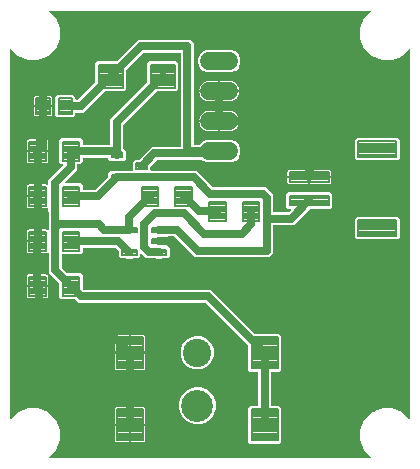
<source format=gbr>
G04 EAGLE Gerber RS-274X export*
G75*
%MOMM*%
%FSLAX34Y34*%
%LPD*%
%INTop Copper*%
%IPPOS*%
%AMOC8*
5,1,8,0,0,1.08239X$1,22.5*%
G01*
%ADD10C,0.208000*%
%ADD11C,0.195000*%
%ADD12C,0.193500*%
%ADD13C,0.198000*%
%ADD14C,0.201500*%
%ADD15C,0.200000*%
%ADD16C,0.192000*%
%ADD17C,2.700000*%
%ADD18C,2.400000*%
%ADD19C,1.524000*%
%ADD20C,0.700000*%

G36*
X316062Y10669D02*
X316062Y10669D01*
X316065Y10669D01*
X316160Y10689D01*
X316256Y10708D01*
X316258Y10710D01*
X316261Y10710D01*
X316341Y10766D01*
X316422Y10821D01*
X316423Y10823D01*
X316425Y10825D01*
X316479Y10908D01*
X316531Y10989D01*
X316532Y10992D01*
X316533Y10994D01*
X316549Y11090D01*
X316567Y11186D01*
X316566Y11189D01*
X316567Y11191D01*
X316545Y11285D01*
X316523Y11382D01*
X316522Y11384D01*
X316521Y11387D01*
X316418Y11535D01*
X310789Y17164D01*
X307339Y25492D01*
X307339Y34508D01*
X310789Y42836D01*
X317164Y49211D01*
X317281Y49259D01*
X318505Y49767D01*
X319730Y50274D01*
X320955Y50781D01*
X322179Y51288D01*
X323404Y51796D01*
X324628Y52303D01*
X324629Y52303D01*
X325492Y52661D01*
X334508Y52661D01*
X342836Y49211D01*
X348465Y43582D01*
X348468Y43580D01*
X348469Y43578D01*
X348550Y43526D01*
X348632Y43471D01*
X348635Y43470D01*
X348637Y43469D01*
X348733Y43452D01*
X348829Y43433D01*
X348832Y43434D01*
X348834Y43433D01*
X348931Y43455D01*
X349025Y43475D01*
X349027Y43476D01*
X349030Y43477D01*
X349110Y43533D01*
X349190Y43589D01*
X349191Y43591D01*
X349193Y43593D01*
X349245Y43676D01*
X349297Y43758D01*
X349298Y43761D01*
X349299Y43763D01*
X349331Y43940D01*
X349331Y356060D01*
X349331Y356062D01*
X349331Y356065D01*
X349311Y356160D01*
X349292Y356256D01*
X349290Y356258D01*
X349290Y356261D01*
X349234Y356341D01*
X349179Y356422D01*
X349177Y356423D01*
X349175Y356425D01*
X349092Y356479D01*
X349011Y356531D01*
X349008Y356532D01*
X349006Y356533D01*
X348910Y356549D01*
X348814Y356567D01*
X348811Y356566D01*
X348809Y356567D01*
X348715Y356545D01*
X348618Y356523D01*
X348616Y356522D01*
X348613Y356521D01*
X348465Y356418D01*
X342836Y350789D01*
X342106Y350487D01*
X340881Y349979D01*
X339657Y349472D01*
X338432Y348965D01*
X337208Y348458D01*
X337207Y348458D01*
X335983Y347950D01*
X334758Y347443D01*
X334508Y347339D01*
X325492Y347339D01*
X317164Y350789D01*
X310789Y357164D01*
X307339Y365492D01*
X307339Y374508D01*
X310789Y382836D01*
X316418Y388465D01*
X316420Y388468D01*
X316422Y388469D01*
X316474Y388550D01*
X316529Y388632D01*
X316530Y388635D01*
X316531Y388637D01*
X316548Y388733D01*
X316567Y388829D01*
X316566Y388832D01*
X316567Y388834D01*
X316545Y388931D01*
X316525Y389025D01*
X316524Y389027D01*
X316523Y389030D01*
X316467Y389110D01*
X316411Y389190D01*
X316409Y389191D01*
X316407Y389193D01*
X316324Y389245D01*
X316242Y389297D01*
X316239Y389298D01*
X316237Y389299D01*
X316060Y389331D01*
X43940Y389331D01*
X43938Y389331D01*
X43935Y389331D01*
X43840Y389311D01*
X43744Y389292D01*
X43742Y389290D01*
X43739Y389290D01*
X43659Y389234D01*
X43578Y389179D01*
X43577Y389177D01*
X43575Y389175D01*
X43521Y389092D01*
X43469Y389011D01*
X43468Y389008D01*
X43467Y389006D01*
X43451Y388910D01*
X43433Y388814D01*
X43434Y388811D01*
X43433Y388809D01*
X43455Y388715D01*
X43477Y388618D01*
X43478Y388616D01*
X43479Y388613D01*
X43582Y388465D01*
X49211Y382836D01*
X52661Y374508D01*
X52661Y365492D01*
X49211Y357164D01*
X42836Y350789D01*
X42106Y350487D01*
X40881Y349979D01*
X39657Y349472D01*
X38432Y348965D01*
X37208Y348458D01*
X37207Y348458D01*
X35983Y347950D01*
X34758Y347443D01*
X34508Y347339D01*
X25492Y347339D01*
X17164Y350789D01*
X11535Y356418D01*
X11532Y356420D01*
X11531Y356422D01*
X11450Y356474D01*
X11368Y356529D01*
X11365Y356530D01*
X11363Y356531D01*
X11267Y356548D01*
X11171Y356567D01*
X11168Y356566D01*
X11166Y356567D01*
X11069Y356545D01*
X10975Y356525D01*
X10973Y356524D01*
X10970Y356523D01*
X10890Y356467D01*
X10810Y356411D01*
X10809Y356409D01*
X10807Y356407D01*
X10755Y356324D01*
X10703Y356242D01*
X10702Y356239D01*
X10701Y356237D01*
X10669Y356060D01*
X10669Y43940D01*
X10669Y43938D01*
X10669Y43935D01*
X10689Y43840D01*
X10708Y43744D01*
X10710Y43742D01*
X10710Y43739D01*
X10766Y43659D01*
X10821Y43578D01*
X10823Y43577D01*
X10825Y43575D01*
X10908Y43521D01*
X10989Y43469D01*
X10992Y43468D01*
X10994Y43467D01*
X11090Y43451D01*
X11186Y43433D01*
X11189Y43434D01*
X11191Y43433D01*
X11285Y43455D01*
X11382Y43477D01*
X11384Y43478D01*
X11387Y43479D01*
X11535Y43582D01*
X17164Y49211D01*
X17281Y49259D01*
X18505Y49767D01*
X19730Y50274D01*
X20955Y50781D01*
X22179Y51288D01*
X23404Y51796D01*
X24628Y52303D01*
X24629Y52303D01*
X25492Y52661D01*
X34508Y52661D01*
X42836Y49211D01*
X49211Y42836D01*
X52661Y34508D01*
X52661Y25492D01*
X49211Y17164D01*
X43582Y11535D01*
X43580Y11532D01*
X43578Y11531D01*
X43526Y11450D01*
X43471Y11368D01*
X43470Y11365D01*
X43469Y11363D01*
X43452Y11267D01*
X43433Y11171D01*
X43434Y11168D01*
X43433Y11166D01*
X43455Y11069D01*
X43475Y10975D01*
X43476Y10973D01*
X43477Y10970D01*
X43533Y10890D01*
X43589Y10810D01*
X43591Y10809D01*
X43593Y10807D01*
X43676Y10755D01*
X43758Y10703D01*
X43761Y10702D01*
X43763Y10701D01*
X43940Y10669D01*
X316060Y10669D01*
X316062Y10669D01*
G37*
%LPC*%
G36*
X214034Y22699D02*
X214034Y22699D01*
X212299Y24434D01*
X212299Y52966D01*
X214034Y54701D01*
X220292Y54701D01*
X220297Y54702D01*
X220302Y54701D01*
X220395Y54722D01*
X220489Y54740D01*
X220493Y54743D01*
X220498Y54744D01*
X220576Y54800D01*
X220654Y54853D01*
X220657Y54857D01*
X220661Y54860D01*
X220712Y54942D01*
X220764Y55021D01*
X220764Y55026D01*
X220767Y55031D01*
X220799Y55208D01*
X220799Y83192D01*
X220798Y83197D01*
X220799Y83202D01*
X220778Y83295D01*
X220760Y83389D01*
X220757Y83393D01*
X220756Y83398D01*
X220700Y83476D01*
X220647Y83554D01*
X220643Y83557D01*
X220640Y83561D01*
X220558Y83612D01*
X220479Y83664D01*
X220474Y83664D01*
X220469Y83667D01*
X220292Y83699D01*
X214034Y83699D01*
X212299Y85434D01*
X212299Y105711D01*
X212298Y105719D01*
X212299Y105727D01*
X212278Y105817D01*
X212260Y105908D01*
X212255Y105914D01*
X212253Y105922D01*
X212151Y106070D01*
X176420Y141801D01*
X176414Y141805D01*
X176409Y141811D01*
X176330Y141860D01*
X176253Y141912D01*
X176245Y141913D01*
X176239Y141917D01*
X176061Y141949D01*
X68642Y141949D01*
X65705Y144886D01*
X65699Y144890D01*
X65694Y144896D01*
X65615Y144945D01*
X65538Y144997D01*
X65530Y144998D01*
X65524Y145002D01*
X65346Y145034D01*
X54100Y145034D01*
X52319Y146815D01*
X52319Y158061D01*
X52318Y158069D01*
X52319Y158077D01*
X52298Y158167D01*
X52280Y158258D01*
X52275Y158264D01*
X52273Y158272D01*
X52171Y158420D01*
X43319Y167272D01*
X43319Y184544D01*
X43319Y184546D01*
X43319Y184549D01*
X43299Y184644D01*
X43280Y184740D01*
X43278Y184742D01*
X43278Y184745D01*
X43222Y184825D01*
X43167Y184906D01*
X43165Y184907D01*
X43163Y184910D01*
X43080Y184962D01*
X42999Y185015D01*
X42996Y185016D01*
X42994Y185017D01*
X42898Y185033D01*
X42802Y185051D01*
X42799Y185050D01*
X42797Y185051D01*
X42702Y185029D01*
X42606Y185007D01*
X42604Y185006D01*
X42601Y185005D01*
X42453Y184902D01*
X41996Y184445D01*
X41246Y184134D01*
X34895Y184134D01*
X34895Y193642D01*
X34894Y193647D01*
X34895Y193652D01*
X34874Y193745D01*
X34856Y193838D01*
X34853Y193843D01*
X34851Y193848D01*
X34796Y193926D01*
X34743Y194004D01*
X34739Y194007D01*
X34735Y194011D01*
X34654Y194062D01*
X34575Y194113D01*
X34570Y194114D01*
X34565Y194117D01*
X34388Y194149D01*
X33879Y194149D01*
X33879Y194151D01*
X34388Y194151D01*
X34393Y194152D01*
X34398Y194151D01*
X34491Y194172D01*
X34584Y194190D01*
X34589Y194193D01*
X34594Y194195D01*
X34672Y194250D01*
X34750Y194303D01*
X34753Y194307D01*
X34757Y194311D01*
X34808Y194392D01*
X34859Y194471D01*
X34860Y194476D01*
X34863Y194481D01*
X34895Y194658D01*
X34895Y204166D01*
X41246Y204166D01*
X41996Y203855D01*
X42453Y203398D01*
X42456Y203396D01*
X42457Y203394D01*
X42538Y203341D01*
X42620Y203287D01*
X42623Y203286D01*
X42625Y203285D01*
X42721Y203268D01*
X42817Y203249D01*
X42820Y203250D01*
X42822Y203249D01*
X42919Y203271D01*
X43013Y203291D01*
X43015Y203292D01*
X43018Y203293D01*
X43098Y203350D01*
X43178Y203405D01*
X43179Y203407D01*
X43181Y203409D01*
X43233Y203492D01*
X43285Y203574D01*
X43286Y203577D01*
X43287Y203579D01*
X43319Y203756D01*
X43319Y218263D01*
X43318Y218271D01*
X43319Y218279D01*
X43298Y218369D01*
X43280Y218460D01*
X43275Y218466D01*
X43273Y218474D01*
X43171Y218622D01*
X43099Y218693D01*
X43099Y222219D01*
X43099Y222221D01*
X43099Y222224D01*
X43079Y222319D01*
X43060Y222415D01*
X43058Y222417D01*
X43058Y222420D01*
X43002Y222500D01*
X42947Y222581D01*
X42945Y222582D01*
X42943Y222585D01*
X42859Y222638D01*
X42779Y222690D01*
X42776Y222691D01*
X42774Y222692D01*
X42677Y222709D01*
X42582Y222726D01*
X42579Y222725D01*
X42576Y222726D01*
X42482Y222704D01*
X42386Y222682D01*
X42384Y222681D01*
X42381Y222680D01*
X42233Y222577D01*
X42216Y222560D01*
X41466Y222249D01*
X35115Y222249D01*
X35115Y231742D01*
X35114Y231747D01*
X35115Y231752D01*
X35094Y231845D01*
X35076Y231938D01*
X35073Y231943D01*
X35071Y231948D01*
X35016Y232026D01*
X34963Y232104D01*
X34959Y232107D01*
X34955Y232111D01*
X34874Y232162D01*
X34795Y232213D01*
X34790Y232214D01*
X34785Y232217D01*
X34608Y232249D01*
X34099Y232249D01*
X34099Y232251D01*
X34608Y232251D01*
X34613Y232252D01*
X34618Y232251D01*
X34711Y232272D01*
X34804Y232290D01*
X34809Y232293D01*
X34814Y232295D01*
X34892Y232350D01*
X34970Y232403D01*
X34973Y232407D01*
X34977Y232411D01*
X35028Y232492D01*
X35079Y232571D01*
X35080Y232576D01*
X35083Y232581D01*
X35115Y232758D01*
X35115Y242251D01*
X41466Y242251D01*
X42216Y241940D01*
X42233Y241923D01*
X42236Y241921D01*
X42237Y241919D01*
X42317Y241867D01*
X42400Y241812D01*
X42403Y241811D01*
X42405Y241810D01*
X42501Y241793D01*
X42597Y241774D01*
X42600Y241775D01*
X42602Y241774D01*
X42699Y241796D01*
X42793Y241816D01*
X42795Y241817D01*
X42798Y241818D01*
X42878Y241875D01*
X42958Y241930D01*
X42959Y241932D01*
X42961Y241934D01*
X43013Y242016D01*
X43065Y242099D01*
X43066Y242102D01*
X43067Y242104D01*
X43099Y242281D01*
X43099Y245807D01*
X55776Y258483D01*
X55777Y258486D01*
X55780Y258487D01*
X55832Y258568D01*
X55887Y258650D01*
X55887Y258653D01*
X55889Y258655D01*
X55906Y258751D01*
X55924Y258847D01*
X55924Y258850D01*
X55924Y258852D01*
X55903Y258949D01*
X55883Y259043D01*
X55881Y259045D01*
X55881Y259048D01*
X55824Y259128D01*
X55769Y259208D01*
X55766Y259209D01*
X55765Y259211D01*
X55682Y259263D01*
X55599Y259315D01*
X55597Y259316D01*
X55595Y259317D01*
X55417Y259349D01*
X53880Y259349D01*
X52099Y261130D01*
X52099Y279570D01*
X53880Y281351D01*
X70320Y281351D01*
X72101Y279570D01*
X72101Y276358D01*
X72102Y276353D01*
X72101Y276348D01*
X72122Y276255D01*
X72140Y276161D01*
X72143Y276157D01*
X72144Y276152D01*
X72200Y276074D01*
X72253Y275996D01*
X72257Y275993D01*
X72260Y275989D01*
X72342Y275938D01*
X72421Y275886D01*
X72426Y275886D01*
X72431Y275883D01*
X72608Y275851D01*
X95092Y275851D01*
X95097Y275852D01*
X95102Y275851D01*
X95195Y275872D01*
X95289Y275890D01*
X95293Y275893D01*
X95298Y275894D01*
X95376Y275950D01*
X95454Y276003D01*
X95457Y276007D01*
X95461Y276010D01*
X95512Y276092D01*
X95564Y276171D01*
X95564Y276176D01*
X95567Y276181D01*
X95599Y276358D01*
X95599Y297278D01*
X98970Y300649D01*
X126801Y328480D01*
X126805Y328486D01*
X126811Y328491D01*
X126860Y328570D01*
X126912Y328647D01*
X126913Y328655D01*
X126917Y328661D01*
X126949Y328839D01*
X126949Y344862D01*
X128688Y346601D01*
X151212Y346601D01*
X152951Y344862D01*
X152951Y322838D01*
X151212Y321099D01*
X135189Y321099D01*
X135181Y321098D01*
X135173Y321099D01*
X135083Y321078D01*
X134992Y321060D01*
X134986Y321055D01*
X134978Y321053D01*
X134830Y320951D01*
X106749Y292870D01*
X106745Y292864D01*
X106739Y292859D01*
X106690Y292780D01*
X106638Y292703D01*
X106637Y292695D01*
X106633Y292689D01*
X106601Y292511D01*
X106601Y272949D01*
X106602Y272941D01*
X106601Y272933D01*
X106622Y272843D01*
X106640Y272752D01*
X106645Y272746D01*
X106647Y272738D01*
X106749Y272590D01*
X108601Y270739D01*
X108601Y263761D01*
X106839Y261999D01*
X103839Y261999D01*
X103831Y261998D01*
X103823Y261999D01*
X103733Y261978D01*
X103642Y261960D01*
X103636Y261955D01*
X103628Y261953D01*
X103480Y261851D01*
X103378Y261749D01*
X98822Y261749D01*
X98720Y261851D01*
X98714Y261855D01*
X98709Y261861D01*
X98630Y261910D01*
X98553Y261962D01*
X98545Y261963D01*
X98539Y261967D01*
X98361Y261999D01*
X95361Y261999D01*
X93599Y263761D01*
X93599Y264342D01*
X93598Y264347D01*
X93599Y264352D01*
X93578Y264445D01*
X93560Y264539D01*
X93557Y264543D01*
X93556Y264548D01*
X93500Y264626D01*
X93447Y264704D01*
X93443Y264707D01*
X93440Y264711D01*
X93358Y264762D01*
X93279Y264814D01*
X93274Y264814D01*
X93269Y264817D01*
X93092Y264849D01*
X72608Y264849D01*
X72603Y264848D01*
X72598Y264849D01*
X72505Y264828D01*
X72411Y264810D01*
X72407Y264807D01*
X72402Y264806D01*
X72324Y264750D01*
X72246Y264697D01*
X72243Y264693D01*
X72239Y264690D01*
X72188Y264608D01*
X72136Y264529D01*
X72136Y264524D01*
X72133Y264519D01*
X72101Y264342D01*
X72101Y261130D01*
X70320Y259349D01*
X68108Y259349D01*
X68103Y259348D01*
X68098Y259349D01*
X68005Y259328D01*
X67911Y259310D01*
X67907Y259307D01*
X67902Y259306D01*
X67824Y259250D01*
X67746Y259197D01*
X67743Y259193D01*
X67739Y259190D01*
X67688Y259108D01*
X67636Y259029D01*
X67636Y259024D01*
X67633Y259019D01*
X67601Y258842D01*
X67601Y254750D01*
X56968Y244117D01*
X56966Y244114D01*
X56964Y244113D01*
X56912Y244032D01*
X56857Y243950D01*
X56856Y243947D01*
X56855Y243945D01*
X56837Y243849D01*
X56819Y243753D01*
X56820Y243750D01*
X56819Y243748D01*
X56841Y243651D01*
X56861Y243557D01*
X56862Y243555D01*
X56863Y243552D01*
X56919Y243472D01*
X56975Y243392D01*
X56977Y243391D01*
X56979Y243389D01*
X57062Y243337D01*
X57144Y243285D01*
X57147Y243284D01*
X57149Y243283D01*
X57326Y243251D01*
X70320Y243251D01*
X72101Y241470D01*
X72101Y238258D01*
X72102Y238253D01*
X72101Y238248D01*
X72122Y238155D01*
X72140Y238061D01*
X72143Y238057D01*
X72144Y238052D01*
X72200Y237974D01*
X72253Y237896D01*
X72257Y237893D01*
X72260Y237889D01*
X72342Y237838D01*
X72421Y237786D01*
X72426Y237786D01*
X72431Y237783D01*
X72608Y237751D01*
X82811Y237751D01*
X82819Y237752D01*
X82827Y237751D01*
X82917Y237772D01*
X83008Y237790D01*
X83014Y237795D01*
X83022Y237797D01*
X83170Y237899D01*
X93451Y248180D01*
X93455Y248186D01*
X93461Y248191D01*
X93510Y248270D01*
X93562Y248347D01*
X93563Y248355D01*
X93567Y248361D01*
X93599Y248539D01*
X93599Y251539D01*
X95361Y253301D01*
X98361Y253301D01*
X98369Y253302D01*
X98377Y253301D01*
X98467Y253322D01*
X98558Y253340D01*
X98564Y253345D01*
X98572Y253347D01*
X98720Y253449D01*
X98822Y253551D01*
X114092Y253551D01*
X114097Y253552D01*
X114102Y253551D01*
X114195Y253572D01*
X114289Y253590D01*
X114293Y253593D01*
X114298Y253594D01*
X114376Y253650D01*
X114454Y253703D01*
X114457Y253707D01*
X114461Y253710D01*
X114512Y253792D01*
X114564Y253871D01*
X114564Y253876D01*
X114567Y253881D01*
X114599Y254058D01*
X114599Y261139D01*
X116361Y262901D01*
X119361Y262901D01*
X119369Y262902D01*
X119377Y262901D01*
X119467Y262922D01*
X119558Y262940D01*
X119564Y262945D01*
X119572Y262947D01*
X119720Y263049D01*
X127336Y270665D01*
X130707Y274036D01*
X154702Y274036D01*
X154707Y274037D01*
X154712Y274036D01*
X154805Y274057D01*
X154899Y274075D01*
X154903Y274078D01*
X154908Y274079D01*
X154986Y274135D01*
X155064Y274188D01*
X155067Y274192D01*
X155071Y274195D01*
X155122Y274277D01*
X155174Y274356D01*
X155174Y274361D01*
X155177Y274366D01*
X155209Y274543D01*
X155209Y353242D01*
X155208Y353247D01*
X155209Y353252D01*
X155188Y353345D01*
X155170Y353439D01*
X155167Y353443D01*
X155166Y353448D01*
X155110Y353526D01*
X155057Y353604D01*
X155053Y353607D01*
X155050Y353611D01*
X154968Y353662D01*
X154889Y353714D01*
X154884Y353714D01*
X154879Y353717D01*
X154702Y353749D01*
X123839Y353749D01*
X123831Y353748D01*
X123823Y353749D01*
X123733Y353728D01*
X123642Y353710D01*
X123636Y353705D01*
X123628Y353703D01*
X123480Y353601D01*
X109099Y339220D01*
X109095Y339214D01*
X109089Y339209D01*
X109040Y339130D01*
X108988Y339053D01*
X108987Y339048D01*
X108986Y339046D01*
X108986Y339044D01*
X108983Y339039D01*
X108951Y338861D01*
X108951Y322838D01*
X107212Y321099D01*
X91189Y321099D01*
X91181Y321098D01*
X91173Y321099D01*
X91083Y321078D01*
X90992Y321060D01*
X90986Y321055D01*
X90978Y321053D01*
X90830Y320951D01*
X72828Y302949D01*
X66608Y302949D01*
X66603Y302948D01*
X66598Y302949D01*
X66505Y302928D01*
X66411Y302910D01*
X66407Y302907D01*
X66402Y302906D01*
X66324Y302850D01*
X66246Y302797D01*
X66243Y302793D01*
X66239Y302790D01*
X66188Y302708D01*
X66136Y302629D01*
X66136Y302624D01*
X66133Y302619D01*
X66101Y302442D01*
X66101Y300692D01*
X64358Y298949D01*
X50842Y298949D01*
X49099Y300692D01*
X49099Y316208D01*
X50842Y317951D01*
X64358Y317951D01*
X66101Y316208D01*
X66101Y314458D01*
X66102Y314453D01*
X66101Y314448D01*
X66122Y314355D01*
X66140Y314261D01*
X66143Y314257D01*
X66144Y314252D01*
X66200Y314174D01*
X66253Y314096D01*
X66257Y314093D01*
X66260Y314089D01*
X66342Y314038D01*
X66421Y313986D01*
X66426Y313986D01*
X66431Y313983D01*
X66608Y313951D01*
X68061Y313951D01*
X68069Y313952D01*
X68077Y313951D01*
X68167Y313972D01*
X68258Y313990D01*
X68264Y313995D01*
X68272Y313997D01*
X68420Y314099D01*
X82801Y328480D01*
X82805Y328486D01*
X82811Y328491D01*
X82860Y328570D01*
X82912Y328647D01*
X82913Y328655D01*
X82917Y328661D01*
X82949Y328839D01*
X82949Y344862D01*
X84688Y346601D01*
X100711Y346601D01*
X100719Y346602D01*
X100727Y346601D01*
X100817Y346622D01*
X100908Y346640D01*
X100914Y346645D01*
X100922Y346647D01*
X101070Y346749D01*
X119072Y364751D01*
X162988Y364751D01*
X166211Y361528D01*
X166211Y276358D01*
X166212Y276353D01*
X166211Y276348D01*
X166232Y276255D01*
X166250Y276161D01*
X166253Y276157D01*
X166254Y276152D01*
X166310Y276074D01*
X166363Y275996D01*
X166367Y275993D01*
X166370Y275989D01*
X166452Y275938D01*
X166531Y275886D01*
X166536Y275886D01*
X166541Y275883D01*
X166718Y275851D01*
X171103Y275851D01*
X171111Y275852D01*
X171118Y275851D01*
X171208Y275872D01*
X171299Y275890D01*
X171306Y275895D01*
X171314Y275897D01*
X171462Y275999D01*
X173968Y278506D01*
X174041Y278536D01*
X174042Y278536D01*
X175266Y279044D01*
X176491Y279551D01*
X177504Y279971D01*
X198096Y279971D01*
X201632Y278506D01*
X204338Y275800D01*
X205803Y272264D01*
X205803Y268436D01*
X204338Y264900D01*
X201632Y262194D01*
X200483Y261718D01*
X200482Y261718D01*
X199258Y261211D01*
X198096Y260729D01*
X177504Y260729D01*
X173968Y262194D01*
X173277Y262886D01*
X173270Y262890D01*
X173265Y262896D01*
X173187Y262945D01*
X173110Y262997D01*
X173102Y262998D01*
X173095Y263002D01*
X172918Y263034D01*
X135474Y263034D01*
X135466Y263033D01*
X135458Y263034D01*
X135368Y263013D01*
X135277Y262995D01*
X135271Y262990D01*
X135263Y262988D01*
X135115Y262886D01*
X129749Y257520D01*
X129745Y257514D01*
X129739Y257509D01*
X129690Y257430D01*
X129638Y257353D01*
X129637Y257345D01*
X129633Y257339D01*
X129601Y257161D01*
X129601Y254058D01*
X129602Y254053D01*
X129601Y254048D01*
X129622Y253955D01*
X129640Y253861D01*
X129643Y253857D01*
X129644Y253852D01*
X129700Y253774D01*
X129753Y253696D01*
X129757Y253693D01*
X129760Y253689D01*
X129842Y253638D01*
X129921Y253586D01*
X129926Y253586D01*
X129931Y253583D01*
X130108Y253551D01*
X168421Y253551D01*
X182187Y239784D01*
X182194Y239780D01*
X182198Y239774D01*
X182277Y239725D01*
X182354Y239673D01*
X182362Y239672D01*
X182368Y239668D01*
X182546Y239636D01*
X227207Y239636D01*
X233721Y233122D01*
X233721Y219208D01*
X233722Y219203D01*
X233721Y219198D01*
X233742Y219105D01*
X233760Y219011D01*
X233763Y219007D01*
X233764Y219002D01*
X233820Y218924D01*
X233873Y218846D01*
X233877Y218843D01*
X233880Y218839D01*
X233962Y218788D01*
X234041Y218736D01*
X234046Y218736D01*
X234051Y218733D01*
X234228Y218701D01*
X246111Y218701D01*
X246119Y218702D01*
X246127Y218701D01*
X246217Y218722D01*
X246308Y218740D01*
X246314Y218745D01*
X246322Y218747D01*
X246470Y218849D01*
X248354Y220733D01*
X248356Y220736D01*
X248358Y220737D01*
X248410Y220818D01*
X248465Y220900D01*
X248466Y220903D01*
X248467Y220905D01*
X248484Y221001D01*
X248503Y221097D01*
X248502Y221100D01*
X248503Y221102D01*
X248481Y221199D01*
X248461Y221293D01*
X248460Y221295D01*
X248459Y221298D01*
X248402Y221378D01*
X248347Y221458D01*
X248345Y221459D01*
X248343Y221461D01*
X248260Y221513D01*
X248178Y221565D01*
X248175Y221566D01*
X248173Y221567D01*
X247995Y221599D01*
X246257Y221599D01*
X244499Y223357D01*
X244499Y233843D01*
X246257Y235601D01*
X281743Y235601D01*
X283501Y233843D01*
X283501Y223357D01*
X281743Y221599D01*
X264989Y221599D01*
X264981Y221598D01*
X264973Y221599D01*
X264883Y221578D01*
X264792Y221560D01*
X264786Y221555D01*
X264778Y221553D01*
X264630Y221451D01*
X254249Y211070D01*
X250878Y207699D01*
X234228Y207699D01*
X234223Y207698D01*
X234218Y207699D01*
X234125Y207678D01*
X234031Y207660D01*
X234027Y207657D01*
X234022Y207656D01*
X233944Y207600D01*
X233866Y207547D01*
X233863Y207543D01*
X233859Y207540D01*
X233808Y207458D01*
X233756Y207379D01*
X233756Y207374D01*
X233753Y207369D01*
X233721Y207192D01*
X233721Y183707D01*
X230498Y180484D01*
X167373Y180484D01*
X149857Y198001D01*
X149850Y198005D01*
X149846Y198011D01*
X149767Y198060D01*
X149690Y198112D01*
X149682Y198113D01*
X149676Y198117D01*
X149498Y198149D01*
X144861Y198149D01*
X144858Y198149D01*
X144855Y198149D01*
X144761Y198129D01*
X144664Y198110D01*
X144662Y198108D01*
X144659Y198108D01*
X144580Y198052D01*
X144498Y197997D01*
X144497Y197995D01*
X144495Y197993D01*
X144441Y197909D01*
X144389Y197829D01*
X144389Y197826D01*
X144387Y197824D01*
X144371Y197728D01*
X144354Y197632D01*
X144354Y197629D01*
X144354Y197626D01*
X144375Y197533D01*
X144397Y197436D01*
X144399Y197434D01*
X144399Y197431D01*
X144496Y197292D01*
X144801Y196556D01*
X144801Y195165D01*
X137308Y195165D01*
X137303Y195164D01*
X137298Y195165D01*
X137205Y195144D01*
X137112Y195126D01*
X137107Y195123D01*
X137102Y195121D01*
X137024Y195066D01*
X136946Y195013D01*
X136943Y195009D01*
X136939Y195005D01*
X136888Y194924D01*
X136837Y194845D01*
X136836Y194840D01*
X136833Y194835D01*
X136801Y194658D01*
X136801Y193642D01*
X136802Y193637D01*
X136801Y193632D01*
X136822Y193539D01*
X136840Y193446D01*
X136843Y193441D01*
X136845Y193436D01*
X136900Y193358D01*
X136953Y193280D01*
X136957Y193277D01*
X136961Y193273D01*
X137042Y193222D01*
X137121Y193171D01*
X137126Y193170D01*
X137131Y193167D01*
X137308Y193135D01*
X144801Y193135D01*
X144801Y191744D01*
X144498Y191012D01*
X143951Y190466D01*
X143948Y190461D01*
X143944Y190458D01*
X143893Y190378D01*
X143840Y190299D01*
X143839Y190294D01*
X143836Y190289D01*
X143820Y190195D01*
X143803Y190102D01*
X143804Y190097D01*
X143803Y190092D01*
X143824Y189999D01*
X143844Y189906D01*
X143847Y189902D01*
X143848Y189896D01*
X143951Y189748D01*
X145801Y187899D01*
X145801Y181401D01*
X144049Y179649D01*
X139789Y179649D01*
X139781Y179648D01*
X139773Y179649D01*
X139683Y179628D01*
X139592Y179610D01*
X139586Y179605D01*
X139578Y179603D01*
X139430Y179501D01*
X139079Y179149D01*
X134521Y179149D01*
X134170Y179501D01*
X134164Y179505D01*
X134159Y179511D01*
X134080Y179560D01*
X134003Y179612D01*
X133995Y179613D01*
X133989Y179617D01*
X133811Y179649D01*
X125743Y179649D01*
X121667Y183726D01*
X121664Y183727D01*
X121663Y183730D01*
X121582Y183782D01*
X121500Y183837D01*
X121497Y183837D01*
X121495Y183839D01*
X121399Y183856D01*
X121303Y183874D01*
X121300Y183874D01*
X121298Y183874D01*
X121201Y183853D01*
X121107Y183833D01*
X121105Y183831D01*
X121102Y183831D01*
X121022Y183774D01*
X120942Y183719D01*
X120941Y183716D01*
X120939Y183715D01*
X120887Y183632D01*
X120835Y183549D01*
X120834Y183547D01*
X120833Y183545D01*
X120801Y183367D01*
X120801Y181401D01*
X119049Y179649D01*
X114789Y179649D01*
X114781Y179648D01*
X114773Y179649D01*
X114683Y179628D01*
X114592Y179610D01*
X114586Y179605D01*
X114578Y179603D01*
X114430Y179501D01*
X114079Y179149D01*
X109521Y179149D01*
X109170Y179501D01*
X109164Y179505D01*
X109159Y179511D01*
X109080Y179560D01*
X109003Y179612D01*
X108995Y179613D01*
X108989Y179617D01*
X108811Y179649D01*
X104551Y179649D01*
X102799Y181401D01*
X102799Y185661D01*
X102798Y185669D01*
X102799Y185677D01*
X102778Y185767D01*
X102760Y185858D01*
X102755Y185864D01*
X102753Y185872D01*
X102651Y186020D01*
X100170Y188501D01*
X100164Y188505D01*
X100159Y188511D01*
X100080Y188560D01*
X100003Y188612D01*
X99995Y188613D01*
X99989Y188617D01*
X99811Y188649D01*
X72828Y188649D01*
X72823Y188648D01*
X72818Y188649D01*
X72725Y188628D01*
X72631Y188610D01*
X72627Y188607D01*
X72622Y188606D01*
X72544Y188550D01*
X72466Y188497D01*
X72463Y188493D01*
X72459Y188490D01*
X72408Y188408D01*
X72356Y188329D01*
X72356Y188324D01*
X72353Y188319D01*
X72321Y188142D01*
X72321Y184915D01*
X70540Y183134D01*
X54828Y183134D01*
X54823Y183133D01*
X54818Y183134D01*
X54725Y183113D01*
X54631Y183095D01*
X54627Y183092D01*
X54622Y183091D01*
X54544Y183035D01*
X54466Y182982D01*
X54463Y182978D01*
X54459Y182975D01*
X54408Y182893D01*
X54356Y182814D01*
X54356Y182809D01*
X54353Y182804D01*
X54321Y182627D01*
X54321Y172039D01*
X54322Y172031D01*
X54321Y172023D01*
X54342Y171933D01*
X54360Y171842D01*
X54365Y171836D01*
X54367Y171828D01*
X54469Y171680D01*
X58935Y167214D01*
X58941Y167210D01*
X58946Y167204D01*
X59025Y167155D01*
X59102Y167103D01*
X59110Y167102D01*
X59116Y167098D01*
X59294Y167066D01*
X70540Y167066D01*
X72321Y165285D01*
X72321Y154039D01*
X72322Y154031D01*
X72321Y154023D01*
X72342Y153933D01*
X72360Y153842D01*
X72365Y153836D01*
X72367Y153828D01*
X72469Y153680D01*
X73050Y153099D01*
X73056Y153095D01*
X73061Y153089D01*
X73140Y153040D01*
X73217Y152988D01*
X73225Y152987D01*
X73231Y152983D01*
X73409Y152951D01*
X180828Y152951D01*
X217930Y115849D01*
X217936Y115845D01*
X217941Y115839D01*
X218020Y115790D01*
X218097Y115738D01*
X218105Y115737D01*
X218111Y115733D01*
X218289Y115701D01*
X238566Y115701D01*
X240301Y113966D01*
X240301Y85434D01*
X238566Y83699D01*
X232308Y83699D01*
X232303Y83698D01*
X232298Y83699D01*
X232205Y83678D01*
X232111Y83660D01*
X232107Y83657D01*
X232102Y83656D01*
X232024Y83600D01*
X231946Y83547D01*
X231943Y83543D01*
X231939Y83540D01*
X231888Y83458D01*
X231836Y83379D01*
X231836Y83374D01*
X231833Y83369D01*
X231801Y83192D01*
X231801Y55208D01*
X231802Y55203D01*
X231801Y55198D01*
X231822Y55105D01*
X231840Y55011D01*
X231843Y55007D01*
X231844Y55002D01*
X231900Y54924D01*
X231953Y54846D01*
X231957Y54843D01*
X231960Y54839D01*
X232042Y54788D01*
X232121Y54736D01*
X232126Y54736D01*
X232131Y54733D01*
X232308Y54701D01*
X238566Y54701D01*
X240301Y52966D01*
X240301Y24434D01*
X238566Y22699D01*
X214034Y22699D01*
G37*
%LPD*%
%LPC*%
G36*
X166217Y39199D02*
X166217Y39199D01*
X160520Y41559D01*
X156159Y45920D01*
X153799Y51617D01*
X153799Y57783D01*
X156159Y63480D01*
X160520Y67841D01*
X160970Y68028D01*
X162195Y68535D01*
X163419Y69042D01*
X163420Y69042D01*
X164644Y69549D01*
X165869Y70057D01*
X166217Y70201D01*
X172383Y70201D01*
X178080Y67841D01*
X182441Y63480D01*
X184801Y57783D01*
X184801Y51617D01*
X182441Y45920D01*
X178080Y41559D01*
X176886Y41064D01*
X176885Y41064D01*
X175661Y40557D01*
X174436Y40050D01*
X173212Y39542D01*
X172383Y39199D01*
X166217Y39199D01*
G37*
%LPD*%
%LPC*%
G36*
X304242Y262599D02*
X304242Y262599D01*
X302499Y264342D01*
X302499Y279858D01*
X304242Y281601D01*
X338758Y281601D01*
X340501Y279858D01*
X340501Y264342D01*
X338758Y262599D01*
X304242Y262599D01*
G37*
%LPD*%
%LPC*%
G36*
X304242Y195599D02*
X304242Y195599D01*
X302499Y197342D01*
X302499Y212858D01*
X304242Y214601D01*
X338758Y214601D01*
X340501Y212858D01*
X340501Y197342D01*
X338758Y195599D01*
X304242Y195599D01*
G37*
%LPD*%
%LPC*%
G36*
X166515Y85699D02*
X166515Y85699D01*
X161369Y87831D01*
X157431Y91769D01*
X155299Y96915D01*
X155299Y102485D01*
X157431Y107631D01*
X161369Y111569D01*
X161567Y111651D01*
X162791Y112158D01*
X164016Y112666D01*
X165241Y113173D01*
X166465Y113680D01*
X166515Y113701D01*
X172085Y113701D01*
X177231Y111569D01*
X181169Y107631D01*
X183301Y102485D01*
X183301Y96915D01*
X181169Y91769D01*
X177231Y87831D01*
X176990Y87731D01*
X175766Y87224D01*
X174541Y86717D01*
X173317Y86209D01*
X173316Y86209D01*
X172092Y85702D01*
X172085Y85699D01*
X166515Y85699D01*
G37*
%LPD*%
%LPC*%
G36*
X177504Y336929D02*
X177504Y336929D01*
X173968Y338394D01*
X171262Y341100D01*
X169797Y344636D01*
X169797Y348464D01*
X171262Y352000D01*
X173968Y354706D01*
X174994Y355131D01*
X176219Y355638D01*
X177443Y356146D01*
X177444Y356146D01*
X177504Y356171D01*
X198096Y356171D01*
X201632Y354706D01*
X204338Y352000D01*
X205803Y348464D01*
X205803Y344636D01*
X204338Y341100D01*
X201632Y338394D01*
X201435Y338313D01*
X200211Y337805D01*
X198986Y337298D01*
X198096Y336929D01*
X177504Y336929D01*
G37*
%LPD*%
%LPC*%
G36*
X113315Y39715D02*
X113315Y39715D01*
X113315Y53701D01*
X123730Y53701D01*
X124451Y53402D01*
X125002Y52851D01*
X125301Y52130D01*
X125301Y39715D01*
X113315Y39715D01*
G37*
%LPD*%
%LPC*%
G36*
X113315Y100715D02*
X113315Y100715D01*
X113315Y114701D01*
X123730Y114701D01*
X124451Y114402D01*
X125002Y113851D01*
X125301Y113130D01*
X125301Y100715D01*
X113315Y100715D01*
G37*
%LPD*%
%LPC*%
G36*
X113315Y84699D02*
X113315Y84699D01*
X113315Y98685D01*
X125301Y98685D01*
X125301Y86270D01*
X125002Y85549D01*
X124451Y84998D01*
X123730Y84699D01*
X113315Y84699D01*
G37*
%LPD*%
%LPC*%
G36*
X113315Y23699D02*
X113315Y23699D01*
X113315Y37685D01*
X125301Y37685D01*
X125301Y25270D01*
X125002Y24549D01*
X124451Y23998D01*
X124016Y23818D01*
X123730Y23699D01*
X113315Y23699D01*
G37*
%LPD*%
%LPC*%
G36*
X99299Y39715D02*
X99299Y39715D01*
X99299Y52130D01*
X99598Y52851D01*
X100149Y53402D01*
X100870Y53701D01*
X111285Y53701D01*
X111285Y39715D01*
X99299Y39715D01*
G37*
%LPD*%
%LPC*%
G36*
X99299Y100715D02*
X99299Y100715D01*
X99299Y113130D01*
X99598Y113851D01*
X100149Y114402D01*
X100855Y114695D01*
X100870Y114701D01*
X111285Y114701D01*
X111285Y100715D01*
X99299Y100715D01*
G37*
%LPD*%
%LPC*%
G36*
X100870Y84699D02*
X100870Y84699D01*
X100149Y84998D01*
X99598Y85549D01*
X99299Y86270D01*
X99299Y98685D01*
X111285Y98685D01*
X111285Y84699D01*
X100870Y84699D01*
G37*
%LPD*%
%LPC*%
G36*
X100870Y23699D02*
X100870Y23699D01*
X100149Y23998D01*
X99598Y24549D01*
X99299Y25270D01*
X99299Y37685D01*
X111285Y37685D01*
X111285Y23699D01*
X100870Y23699D01*
G37*
%LPD*%
%LPC*%
G36*
X188815Y296765D02*
X188815Y296765D01*
X188815Y304371D01*
X197031Y304371D01*
X198697Y304039D01*
X200265Y303390D01*
X201677Y302446D01*
X202878Y301245D01*
X203822Y299833D01*
X204471Y298265D01*
X204770Y296765D01*
X188815Y296765D01*
G37*
%LPD*%
%LPC*%
G36*
X188815Y322165D02*
X188815Y322165D01*
X188815Y329771D01*
X197031Y329771D01*
X198697Y329439D01*
X200265Y328790D01*
X201677Y327846D01*
X202878Y326645D01*
X203822Y325233D01*
X204471Y323665D01*
X204770Y322165D01*
X188815Y322165D01*
G37*
%LPD*%
%LPC*%
G36*
X170830Y296765D02*
X170830Y296765D01*
X171129Y298265D01*
X171778Y299833D01*
X172722Y301245D01*
X173923Y302446D01*
X175335Y303390D01*
X175339Y303392D01*
X176564Y303899D01*
X176903Y304039D01*
X178569Y304371D01*
X186785Y304371D01*
X186785Y296765D01*
X170830Y296765D01*
G37*
%LPD*%
%LPC*%
G36*
X170830Y322165D02*
X170830Y322165D01*
X171129Y323665D01*
X171778Y325233D01*
X172722Y326645D01*
X173923Y327846D01*
X175335Y328790D01*
X176473Y329261D01*
X176903Y329439D01*
X178569Y329771D01*
X186785Y329771D01*
X186785Y322165D01*
X170830Y322165D01*
G37*
%LPD*%
%LPC*%
G36*
X188815Y287129D02*
X188815Y287129D01*
X188815Y294735D01*
X204770Y294735D01*
X204471Y293235D01*
X203822Y291667D01*
X202878Y290255D01*
X201677Y289054D01*
X200265Y288110D01*
X200228Y288095D01*
X199003Y287588D01*
X198697Y287461D01*
X197031Y287129D01*
X188815Y287129D01*
G37*
%LPD*%
%LPC*%
G36*
X188815Y312529D02*
X188815Y312529D01*
X188815Y320135D01*
X204770Y320135D01*
X204471Y318635D01*
X203822Y317067D01*
X202878Y315655D01*
X201677Y314454D01*
X200265Y313510D01*
X200138Y313457D01*
X200137Y313457D01*
X198913Y312950D01*
X198697Y312861D01*
X197031Y312529D01*
X188815Y312529D01*
G37*
%LPD*%
%LPC*%
G36*
X178569Y287129D02*
X178569Y287129D01*
X176903Y287461D01*
X175335Y288110D01*
X173923Y289054D01*
X172722Y290255D01*
X171778Y291667D01*
X171129Y293235D01*
X170830Y294735D01*
X186785Y294735D01*
X186785Y287129D01*
X178569Y287129D01*
G37*
%LPD*%
%LPC*%
G36*
X178569Y312529D02*
X178569Y312529D01*
X176903Y312861D01*
X175335Y313510D01*
X173923Y314454D01*
X172722Y315655D01*
X171778Y317067D01*
X171129Y318635D01*
X170830Y320135D01*
X186785Y320135D01*
X186785Y312529D01*
X178569Y312529D01*
G37*
%LPD*%
%LPC*%
G36*
X245499Y249615D02*
X245499Y249615D01*
X245499Y252998D01*
X245804Y253733D01*
X246367Y254296D01*
X247102Y254601D01*
X262985Y254601D01*
X262985Y249615D01*
X245499Y249615D01*
G37*
%LPD*%
%LPC*%
G36*
X265015Y249615D02*
X265015Y249615D01*
X265015Y254601D01*
X280898Y254601D01*
X281633Y254296D01*
X282196Y253733D01*
X282501Y252998D01*
X282501Y249615D01*
X265015Y249615D01*
G37*
%LPD*%
%LPC*%
G36*
X265015Y242599D02*
X265015Y242599D01*
X265015Y247585D01*
X282501Y247585D01*
X282501Y244202D01*
X282196Y243467D01*
X281633Y242904D01*
X280898Y242599D01*
X265015Y242599D01*
G37*
%LPD*%
%LPC*%
G36*
X247102Y242599D02*
X247102Y242599D01*
X246367Y242904D01*
X245804Y243467D01*
X245499Y244202D01*
X245499Y247585D01*
X262985Y247585D01*
X262985Y242599D01*
X247102Y242599D01*
G37*
%LPD*%
%LPC*%
G36*
X34895Y157065D02*
X34895Y157065D01*
X34895Y166066D01*
X41246Y166066D01*
X41996Y165755D01*
X42570Y165181D01*
X42881Y164431D01*
X42881Y157065D01*
X34895Y157065D01*
G37*
%LPD*%
%LPC*%
G36*
X24879Y195165D02*
X24879Y195165D01*
X24879Y202531D01*
X25190Y203281D01*
X25764Y203855D01*
X26043Y203971D01*
X26514Y204166D01*
X32865Y204166D01*
X32865Y195165D01*
X24879Y195165D01*
G37*
%LPD*%
%LPC*%
G36*
X24879Y157065D02*
X24879Y157065D01*
X24879Y164431D01*
X25190Y165181D01*
X25764Y165755D01*
X26179Y165927D01*
X26514Y166066D01*
X32865Y166066D01*
X32865Y157065D01*
X24879Y157065D01*
G37*
%LPD*%
%LPC*%
G36*
X34895Y146034D02*
X34895Y146034D01*
X34895Y155035D01*
X42881Y155035D01*
X42881Y147669D01*
X42570Y146919D01*
X41996Y146345D01*
X41320Y146065D01*
X41246Y146034D01*
X34895Y146034D01*
G37*
%LPD*%
%LPC*%
G36*
X26514Y146034D02*
X26514Y146034D01*
X25764Y146345D01*
X25190Y146919D01*
X24879Y147669D01*
X24879Y155035D01*
X32865Y155035D01*
X32865Y146034D01*
X26514Y146034D01*
G37*
%LPD*%
%LPC*%
G36*
X26514Y184134D02*
X26514Y184134D01*
X25764Y184445D01*
X25190Y185019D01*
X24879Y185769D01*
X24879Y193135D01*
X32865Y193135D01*
X32865Y184134D01*
X26514Y184134D01*
G37*
%LPD*%
%LPC*%
G36*
X35115Y271365D02*
X35115Y271365D01*
X35115Y280351D01*
X41466Y280351D01*
X42216Y280040D01*
X42790Y279466D01*
X43101Y278716D01*
X43101Y271365D01*
X35115Y271365D01*
G37*
%LPD*%
%LPC*%
G36*
X25099Y233265D02*
X25099Y233265D01*
X25099Y240616D01*
X25410Y241366D01*
X25984Y241940D01*
X26163Y242014D01*
X26734Y242251D01*
X33085Y242251D01*
X33085Y233265D01*
X25099Y233265D01*
G37*
%LPD*%
%LPC*%
G36*
X25099Y271365D02*
X25099Y271365D01*
X25099Y278716D01*
X25410Y279466D01*
X25984Y280040D01*
X26027Y280058D01*
X26028Y280058D01*
X26734Y280351D01*
X33085Y280351D01*
X33085Y271365D01*
X25099Y271365D01*
G37*
%LPD*%
%LPC*%
G36*
X35115Y260349D02*
X35115Y260349D01*
X35115Y269335D01*
X43101Y269335D01*
X43101Y261984D01*
X42790Y261234D01*
X42216Y260660D01*
X41466Y260349D01*
X35115Y260349D01*
G37*
%LPD*%
%LPC*%
G36*
X26734Y222249D02*
X26734Y222249D01*
X25984Y222560D01*
X25410Y223134D01*
X25099Y223884D01*
X25099Y231235D01*
X33085Y231235D01*
X33085Y222249D01*
X26734Y222249D01*
G37*
%LPD*%
%LPC*%
G36*
X26734Y260349D02*
X26734Y260349D01*
X25984Y260660D01*
X25410Y261234D01*
X25099Y261984D01*
X25099Y269335D01*
X33085Y269335D01*
X33085Y260349D01*
X26734Y260349D01*
G37*
%LPD*%
%LPC*%
G36*
X39615Y309465D02*
X39615Y309465D01*
X39615Y316951D01*
X44518Y316951D01*
X45244Y316650D01*
X45800Y316094D01*
X46101Y315368D01*
X46101Y309465D01*
X39615Y309465D01*
G37*
%LPD*%
%LPC*%
G36*
X39615Y299949D02*
X39615Y299949D01*
X39615Y307435D01*
X46101Y307435D01*
X46101Y301532D01*
X45800Y300806D01*
X45244Y300250D01*
X44518Y299949D01*
X39615Y299949D01*
G37*
%LPD*%
%LPC*%
G36*
X31099Y309465D02*
X31099Y309465D01*
X31099Y315368D01*
X31400Y316094D01*
X31956Y316650D01*
X32682Y316951D01*
X37585Y316951D01*
X37585Y309465D01*
X31099Y309465D01*
G37*
%LPD*%
%LPC*%
G36*
X32682Y299949D02*
X32682Y299949D01*
X31956Y300250D01*
X31400Y300806D01*
X31099Y301532D01*
X31099Y307435D01*
X37585Y307435D01*
X37585Y299949D01*
X32682Y299949D01*
G37*
%LPD*%
%LPC*%
G36*
X187799Y295749D02*
X187799Y295749D01*
X187799Y295751D01*
X187801Y295751D01*
X187801Y295749D01*
X187799Y295749D01*
G37*
%LPD*%
%LPC*%
G36*
X187799Y321149D02*
X187799Y321149D01*
X187799Y321151D01*
X187801Y321151D01*
X187801Y321149D01*
X187799Y321149D01*
G37*
%LPD*%
%LPC*%
G36*
X33879Y156049D02*
X33879Y156049D01*
X33879Y156051D01*
X33881Y156051D01*
X33881Y156049D01*
X33879Y156049D01*
G37*
%LPD*%
%LPC*%
G36*
X38599Y308449D02*
X38599Y308449D01*
X38599Y308451D01*
X38601Y308451D01*
X38601Y308449D01*
X38599Y308449D01*
G37*
%LPD*%
%LPC*%
G36*
X112299Y99699D02*
X112299Y99699D01*
X112299Y99701D01*
X112301Y99701D01*
X112301Y99699D01*
X112299Y99699D01*
G37*
%LPD*%
%LPC*%
G36*
X112299Y38699D02*
X112299Y38699D01*
X112299Y38701D01*
X112301Y38701D01*
X112301Y38699D01*
X112299Y38699D01*
G37*
%LPD*%
%LPC*%
G36*
X263999Y248599D02*
X263999Y248599D01*
X263999Y248601D01*
X264001Y248601D01*
X264001Y248599D01*
X263999Y248599D01*
G37*
%LPD*%
%LPC*%
G36*
X34099Y270349D02*
X34099Y270349D01*
X34099Y270351D01*
X34101Y270351D01*
X34101Y270349D01*
X34099Y270349D01*
G37*
%LPD*%
D10*
X41060Y224290D02*
X27140Y224290D01*
X27140Y240210D01*
X41060Y240210D01*
X41060Y224290D01*
X41060Y226266D02*
X27140Y226266D01*
X27140Y228242D02*
X41060Y228242D01*
X41060Y230218D02*
X27140Y230218D01*
X27140Y232194D02*
X41060Y232194D01*
X41060Y234170D02*
X27140Y234170D01*
X27140Y236146D02*
X41060Y236146D01*
X41060Y238122D02*
X27140Y238122D01*
X27140Y240098D02*
X41060Y240098D01*
X55140Y224290D02*
X69060Y224290D01*
X55140Y224290D02*
X55140Y240210D01*
X69060Y240210D01*
X69060Y224290D01*
X69060Y226266D02*
X55140Y226266D01*
X55140Y228242D02*
X69060Y228242D01*
X69060Y230218D02*
X55140Y230218D01*
X55140Y232194D02*
X69060Y232194D01*
X69060Y234170D02*
X55140Y234170D01*
X55140Y236146D02*
X69060Y236146D01*
X69060Y238122D02*
X55140Y238122D01*
X55140Y240098D02*
X69060Y240098D01*
X69060Y278310D02*
X55140Y278310D01*
X69060Y278310D02*
X69060Y262390D01*
X55140Y262390D01*
X55140Y278310D01*
X55140Y264366D02*
X69060Y264366D01*
X69060Y266342D02*
X55140Y266342D01*
X55140Y268318D02*
X69060Y268318D01*
X69060Y270294D02*
X55140Y270294D01*
X55140Y272270D02*
X69060Y272270D01*
X69060Y274246D02*
X55140Y274246D01*
X55140Y276222D02*
X69060Y276222D01*
X69060Y278198D02*
X55140Y278198D01*
X41060Y278310D02*
X27140Y278310D01*
X41060Y278310D02*
X41060Y262390D01*
X27140Y262390D01*
X27140Y278310D01*
X27140Y264366D02*
X41060Y264366D01*
X41060Y266342D02*
X27140Y266342D01*
X27140Y268318D02*
X41060Y268318D01*
X41060Y270294D02*
X27140Y270294D01*
X27140Y272270D02*
X41060Y272270D01*
X41060Y274246D02*
X27140Y274246D01*
X27140Y276222D02*
X41060Y276222D01*
X41060Y278198D02*
X27140Y278198D01*
D11*
X52075Y314975D02*
X63125Y314975D01*
X63125Y301925D01*
X52075Y301925D01*
X52075Y314975D01*
X52075Y303777D02*
X63125Y303777D01*
X63125Y305629D02*
X52075Y305629D01*
X52075Y307481D02*
X63125Y307481D01*
X63125Y309333D02*
X52075Y309333D01*
X52075Y311185D02*
X63125Y311185D01*
X63125Y313037D02*
X52075Y313037D01*
X52075Y314889D02*
X63125Y314889D01*
X44125Y314975D02*
X33075Y314975D01*
X44125Y314975D02*
X44125Y301925D01*
X33075Y301925D01*
X33075Y314975D01*
X33075Y303777D02*
X44125Y303777D01*
X44125Y305629D02*
X33075Y305629D01*
X33075Y307481D02*
X44125Y307481D01*
X44125Y309333D02*
X33075Y309333D01*
X33075Y311185D02*
X44125Y311185D01*
X44125Y313037D02*
X33075Y313037D01*
X33075Y314889D02*
X44125Y314889D01*
D12*
X85917Y324067D02*
X105983Y324067D01*
X85917Y324067D02*
X85917Y343633D01*
X105983Y343633D01*
X105983Y324067D01*
X105983Y325905D02*
X85917Y325905D01*
X85917Y327743D02*
X105983Y327743D01*
X105983Y329581D02*
X85917Y329581D01*
X85917Y331419D02*
X105983Y331419D01*
X105983Y333257D02*
X85917Y333257D01*
X85917Y335095D02*
X105983Y335095D01*
X105983Y336933D02*
X85917Y336933D01*
X85917Y338771D02*
X105983Y338771D01*
X105983Y340609D02*
X85917Y340609D01*
X85917Y342447D02*
X105983Y342447D01*
X129917Y324067D02*
X149983Y324067D01*
X129917Y324067D02*
X129917Y343633D01*
X149983Y343633D01*
X149983Y324067D01*
X149983Y325905D02*
X129917Y325905D01*
X129917Y327743D02*
X149983Y327743D01*
X149983Y329581D02*
X129917Y329581D01*
X129917Y331419D02*
X149983Y331419D01*
X149983Y333257D02*
X129917Y333257D01*
X129917Y335095D02*
X149983Y335095D01*
X149983Y336933D02*
X129917Y336933D01*
X129917Y338771D02*
X149983Y338771D01*
X149983Y340609D02*
X129917Y340609D01*
X129917Y342447D02*
X149983Y342447D01*
D13*
X142810Y186660D02*
X130790Y186660D01*
X142810Y186660D02*
X142810Y182640D01*
X130790Y182640D01*
X130790Y186660D01*
X130790Y184521D02*
X142810Y184521D01*
X142810Y186402D02*
X130790Y186402D01*
X130790Y196160D02*
X142810Y196160D01*
X142810Y192140D01*
X130790Y192140D01*
X130790Y196160D01*
X130790Y194021D02*
X142810Y194021D01*
X142810Y195902D02*
X130790Y195902D01*
X130790Y205660D02*
X142810Y205660D01*
X142810Y201640D01*
X130790Y201640D01*
X130790Y205660D01*
X130790Y203521D02*
X142810Y203521D01*
X142810Y205402D02*
X130790Y205402D01*
X117810Y205660D02*
X105790Y205660D01*
X117810Y205660D02*
X117810Y201640D01*
X105790Y201640D01*
X105790Y205660D01*
X105790Y203521D02*
X117810Y203521D01*
X117810Y205402D02*
X105790Y205402D01*
X105790Y186660D02*
X117810Y186660D01*
X117810Y182640D01*
X105790Y182640D01*
X105790Y186660D01*
X105790Y184521D02*
X117810Y184521D01*
X117810Y186402D02*
X105790Y186402D01*
D14*
X105593Y265007D02*
X96607Y265007D01*
X96607Y269493D01*
X105593Y269493D01*
X105593Y265007D01*
X105593Y266921D02*
X96607Y266921D01*
X96607Y268835D02*
X105593Y268835D01*
X105593Y245807D02*
X96607Y245807D01*
X96607Y250293D01*
X105593Y250293D01*
X105593Y245807D01*
X105593Y247721D02*
X96607Y247721D01*
X96607Y249635D02*
X105593Y249635D01*
X117607Y255407D02*
X126593Y255407D01*
X117607Y255407D02*
X117607Y259893D01*
X126593Y259893D01*
X126593Y255407D01*
X126593Y257321D02*
X117607Y257321D01*
X117607Y259235D02*
X126593Y259235D01*
D15*
X247500Y252600D02*
X247500Y244600D01*
X247500Y252600D02*
X280500Y252600D01*
X280500Y244600D01*
X247500Y244600D01*
X247500Y246500D02*
X280500Y246500D01*
X280500Y248400D02*
X247500Y248400D01*
X247500Y250300D02*
X280500Y250300D01*
X280500Y252200D02*
X247500Y252200D01*
X247500Y232600D02*
X247500Y224600D01*
X247500Y232600D02*
X280500Y232600D01*
X280500Y224600D01*
X247500Y224600D01*
X247500Y226500D02*
X280500Y226500D01*
X280500Y228400D02*
X247500Y228400D01*
X247500Y230300D02*
X280500Y230300D01*
X280500Y232200D02*
X247500Y232200D01*
D11*
X305475Y265575D02*
X305475Y278625D01*
X337525Y278625D01*
X337525Y265575D01*
X305475Y265575D01*
X305475Y267427D02*
X337525Y267427D01*
X337525Y269279D02*
X305475Y269279D01*
X305475Y271131D02*
X337525Y271131D01*
X337525Y272983D02*
X305475Y272983D01*
X305475Y274835D02*
X337525Y274835D01*
X337525Y276687D02*
X305475Y276687D01*
X305475Y278539D02*
X337525Y278539D01*
X305475Y211625D02*
X305475Y198575D01*
X305475Y211625D02*
X337525Y211625D01*
X337525Y198575D01*
X305475Y198575D01*
X305475Y200427D02*
X337525Y200427D01*
X337525Y202279D02*
X305475Y202279D01*
X305475Y204131D02*
X337525Y204131D01*
X337525Y205983D02*
X305475Y205983D01*
X305475Y207835D02*
X337525Y207835D01*
X337525Y209687D02*
X305475Y209687D01*
X305475Y211539D02*
X337525Y211539D01*
D16*
X215260Y51740D02*
X215260Y25660D01*
X215260Y51740D02*
X237340Y51740D01*
X237340Y25660D01*
X215260Y25660D01*
X215260Y27484D02*
X237340Y27484D01*
X237340Y29308D02*
X215260Y29308D01*
X215260Y31132D02*
X237340Y31132D01*
X237340Y32956D02*
X215260Y32956D01*
X215260Y34780D02*
X237340Y34780D01*
X237340Y36604D02*
X215260Y36604D01*
X215260Y38428D02*
X237340Y38428D01*
X237340Y40252D02*
X215260Y40252D01*
X215260Y42076D02*
X237340Y42076D01*
X237340Y43900D02*
X215260Y43900D01*
X215260Y45724D02*
X237340Y45724D01*
X237340Y47548D02*
X215260Y47548D01*
X215260Y49372D02*
X237340Y49372D01*
X237340Y51196D02*
X215260Y51196D01*
X215260Y86660D02*
X215260Y112740D01*
X237340Y112740D01*
X237340Y86660D01*
X215260Y86660D01*
X215260Y88484D02*
X237340Y88484D01*
X237340Y90308D02*
X215260Y90308D01*
X215260Y92132D02*
X237340Y92132D01*
X237340Y93956D02*
X215260Y93956D01*
X215260Y95780D02*
X237340Y95780D01*
X237340Y97604D02*
X215260Y97604D01*
X215260Y99428D02*
X237340Y99428D01*
X237340Y101252D02*
X215260Y101252D01*
X215260Y103076D02*
X237340Y103076D01*
X237340Y104900D02*
X215260Y104900D01*
X215260Y106724D02*
X237340Y106724D01*
X237340Y108548D02*
X215260Y108548D01*
X215260Y110372D02*
X237340Y110372D01*
X237340Y112196D02*
X215260Y112196D01*
X101260Y112740D02*
X101260Y86660D01*
X101260Y112740D02*
X123340Y112740D01*
X123340Y86660D01*
X101260Y86660D01*
X101260Y88484D02*
X123340Y88484D01*
X123340Y90308D02*
X101260Y90308D01*
X101260Y92132D02*
X123340Y92132D01*
X123340Y93956D02*
X101260Y93956D01*
X101260Y95780D02*
X123340Y95780D01*
X123340Y97604D02*
X101260Y97604D01*
X101260Y99428D02*
X123340Y99428D01*
X123340Y101252D02*
X101260Y101252D01*
X101260Y103076D02*
X123340Y103076D01*
X123340Y104900D02*
X101260Y104900D01*
X101260Y106724D02*
X123340Y106724D01*
X123340Y108548D02*
X101260Y108548D01*
X101260Y110372D02*
X123340Y110372D01*
X123340Y112196D02*
X101260Y112196D01*
X101260Y51740D02*
X101260Y25660D01*
X101260Y51740D02*
X123340Y51740D01*
X123340Y25660D01*
X101260Y25660D01*
X101260Y27484D02*
X123340Y27484D01*
X123340Y29308D02*
X101260Y29308D01*
X101260Y31132D02*
X123340Y31132D01*
X123340Y32956D02*
X101260Y32956D01*
X101260Y34780D02*
X123340Y34780D01*
X123340Y36604D02*
X101260Y36604D01*
X101260Y38428D02*
X123340Y38428D01*
X123340Y40252D02*
X101260Y40252D01*
X101260Y42076D02*
X123340Y42076D01*
X123340Y43900D02*
X101260Y43900D01*
X101260Y45724D02*
X123340Y45724D01*
X123340Y47548D02*
X101260Y47548D01*
X101260Y49372D02*
X123340Y49372D01*
X123340Y51196D02*
X101260Y51196D01*
D17*
X169300Y54700D03*
D18*
X169300Y99700D03*
D19*
X179418Y270350D02*
X196182Y270350D01*
X196182Y295750D02*
X179418Y295750D01*
X179418Y321150D02*
X196182Y321150D01*
X196182Y346550D02*
X179418Y346550D01*
D10*
X136090Y224275D02*
X122170Y224275D01*
X122170Y240225D01*
X136090Y240225D01*
X136090Y224275D01*
X136090Y226251D02*
X122170Y226251D01*
X122170Y228227D02*
X136090Y228227D01*
X136090Y230203D02*
X122170Y230203D01*
X122170Y232179D02*
X136090Y232179D01*
X136090Y234155D02*
X122170Y234155D01*
X122170Y236131D02*
X136090Y236131D01*
X136090Y238107D02*
X122170Y238107D01*
X122170Y240083D02*
X136090Y240083D01*
X150610Y224275D02*
X164530Y224275D01*
X150610Y224275D02*
X150610Y240225D01*
X164530Y240225D01*
X164530Y224275D01*
X164530Y226251D02*
X150610Y226251D01*
X150610Y228227D02*
X164530Y228227D01*
X164530Y230203D02*
X150610Y230203D01*
X150610Y232179D02*
X164530Y232179D01*
X164530Y234155D02*
X150610Y234155D01*
X150610Y236131D02*
X164530Y236131D01*
X164530Y238107D02*
X150610Y238107D01*
X150610Y240083D02*
X164530Y240083D01*
X40840Y202125D02*
X26920Y202125D01*
X40840Y202125D02*
X40840Y186175D01*
X26920Y186175D01*
X26920Y202125D01*
X26920Y188151D02*
X40840Y188151D01*
X40840Y190127D02*
X26920Y190127D01*
X26920Y192103D02*
X40840Y192103D01*
X40840Y194079D02*
X26920Y194079D01*
X26920Y196055D02*
X40840Y196055D01*
X40840Y198031D02*
X26920Y198031D01*
X26920Y200007D02*
X40840Y200007D01*
X40840Y201983D02*
X26920Y201983D01*
X55360Y202125D02*
X69280Y202125D01*
X69280Y186175D01*
X55360Y186175D01*
X55360Y202125D01*
X55360Y188151D02*
X69280Y188151D01*
X69280Y190127D02*
X55360Y190127D01*
X55360Y192103D02*
X69280Y192103D01*
X69280Y194079D02*
X55360Y194079D01*
X55360Y196055D02*
X69280Y196055D01*
X69280Y198031D02*
X55360Y198031D01*
X55360Y200007D02*
X69280Y200007D01*
X69280Y201983D02*
X55360Y201983D01*
X179320Y227525D02*
X193240Y227525D01*
X193240Y211575D01*
X179320Y211575D01*
X179320Y227525D01*
X179320Y213551D02*
X193240Y213551D01*
X193240Y215527D02*
X179320Y215527D01*
X179320Y217503D02*
X193240Y217503D01*
X193240Y219479D02*
X179320Y219479D01*
X179320Y221455D02*
X193240Y221455D01*
X193240Y223431D02*
X179320Y223431D01*
X179320Y225407D02*
X193240Y225407D01*
X193240Y227383D02*
X179320Y227383D01*
X207760Y227525D02*
X221680Y227525D01*
X221680Y211575D01*
X207760Y211575D01*
X207760Y227525D01*
X207760Y213551D02*
X221680Y213551D01*
X221680Y215527D02*
X207760Y215527D01*
X207760Y217503D02*
X221680Y217503D01*
X221680Y219479D02*
X207760Y219479D01*
X207760Y221455D02*
X221680Y221455D01*
X221680Y223431D02*
X207760Y223431D01*
X207760Y225407D02*
X221680Y225407D01*
X221680Y227383D02*
X207760Y227383D01*
X40840Y164025D02*
X26920Y164025D01*
X40840Y164025D02*
X40840Y148075D01*
X26920Y148075D01*
X26920Y164025D01*
X26920Y150051D02*
X40840Y150051D01*
X40840Y152027D02*
X26920Y152027D01*
X26920Y154003D02*
X40840Y154003D01*
X40840Y155979D02*
X26920Y155979D01*
X26920Y157955D02*
X40840Y157955D01*
X40840Y159931D02*
X26920Y159931D01*
X26920Y161907D02*
X40840Y161907D01*
X40840Y163883D02*
X26920Y163883D01*
X55360Y164025D02*
X69280Y164025D01*
X69280Y148075D01*
X55360Y148075D01*
X55360Y164025D01*
X55360Y150051D02*
X69280Y150051D01*
X69280Y152027D02*
X55360Y152027D01*
X55360Y154003D02*
X69280Y154003D01*
X69280Y155979D02*
X55360Y155979D01*
X55360Y157955D02*
X69280Y157955D01*
X69280Y159931D02*
X55360Y159931D01*
X55360Y161907D02*
X69280Y161907D01*
X69280Y163883D02*
X55360Y163883D01*
D20*
X124300Y188872D02*
X124300Y208928D01*
X136300Y185150D02*
X136800Y184650D01*
X136300Y185150D02*
X128022Y185150D01*
X124300Y188872D01*
X214720Y208370D02*
X214720Y219550D01*
X214720Y208370D02*
X206850Y200500D01*
X175100Y200500D01*
X157865Y217735D01*
X133107Y217735D01*
X124300Y208928D01*
X136800Y203650D02*
X151987Y203650D01*
X169652Y185985D01*
X228220Y185985D01*
X166142Y248050D02*
X101100Y248050D01*
X166142Y248050D02*
X180057Y234135D01*
X224928Y234135D02*
X228220Y230843D01*
X224928Y234135D02*
X180057Y234135D01*
X228220Y213200D02*
X228220Y185985D01*
X228220Y213200D02*
X228220Y230843D01*
X101100Y248050D02*
X85300Y232250D01*
X62100Y232250D01*
X248600Y213200D02*
X264000Y228600D01*
X248600Y213200D02*
X228220Y213200D01*
X102300Y194150D02*
X62320Y194150D01*
X102300Y194150D02*
X111800Y184650D01*
X34100Y156270D02*
X33880Y156050D01*
X35400Y154530D01*
X35400Y130650D01*
X36100Y129950D01*
X112300Y99700D02*
X112300Y38700D01*
X264000Y295750D02*
X295750Y295750D01*
X264000Y295750D02*
X187800Y295750D01*
X38600Y308450D02*
X35400Y311650D01*
X264000Y295750D02*
X264000Y371950D01*
X187800Y321150D02*
X187800Y295750D01*
X264000Y248600D02*
X266700Y251300D01*
X34100Y270350D02*
X33880Y270130D01*
X33880Y194150D02*
X33880Y156050D01*
X136800Y194150D02*
X148759Y194150D01*
X165924Y176985D01*
X295750Y176985D01*
X295750Y295750D01*
X38600Y308450D02*
X38600Y274850D01*
X34100Y270350D01*
X34100Y232250D01*
X33880Y232030D01*
X34100Y232250D02*
X34100Y194370D01*
X33880Y194150D01*
X264000Y248600D02*
X264000Y295750D01*
X81350Y130650D02*
X112300Y99700D01*
X81350Y130650D02*
X35400Y130650D01*
X38600Y308450D02*
X38600Y328600D01*
X81950Y371950D02*
X264000Y371950D01*
X81950Y371950D02*
X38600Y328600D01*
X157570Y232250D02*
X170270Y219550D01*
X186280Y219550D01*
X70920Y147450D02*
X62320Y156050D01*
X101100Y295000D02*
X139950Y333850D01*
X101100Y295000D02*
X101100Y267250D01*
X111700Y203750D02*
X111800Y203650D01*
X111700Y203750D02*
X90600Y203750D01*
X48820Y169550D02*
X62320Y156050D01*
X48820Y169550D02*
X48820Y205443D01*
X52042Y208665D01*
X85685Y208665D01*
X90600Y203750D01*
X101100Y267250D02*
X98000Y270350D01*
X62100Y270350D01*
X48600Y243528D02*
X48600Y220972D01*
X62100Y257028D02*
X62100Y270350D01*
X48600Y220972D02*
X48820Y220752D01*
X48820Y205443D01*
X48600Y243528D02*
X62100Y257028D01*
X111800Y214920D02*
X111800Y203650D01*
X111800Y214920D02*
X129130Y232250D01*
X178550Y147450D02*
X226300Y99700D01*
X178550Y147450D02*
X70920Y147450D01*
X226300Y99700D02*
X226300Y38700D01*
X70550Y308450D02*
X95950Y333850D01*
X70550Y308450D02*
X57600Y308450D01*
X185985Y268535D02*
X187800Y270350D01*
X121350Y359250D02*
X95950Y333850D01*
X121350Y359250D02*
X160710Y359250D01*
X160710Y270350D02*
X187800Y270350D01*
X160710Y270350D02*
X160710Y359250D01*
X132985Y268535D02*
X122100Y257650D01*
X132985Y268535D02*
X185985Y268535D01*
M02*

</source>
